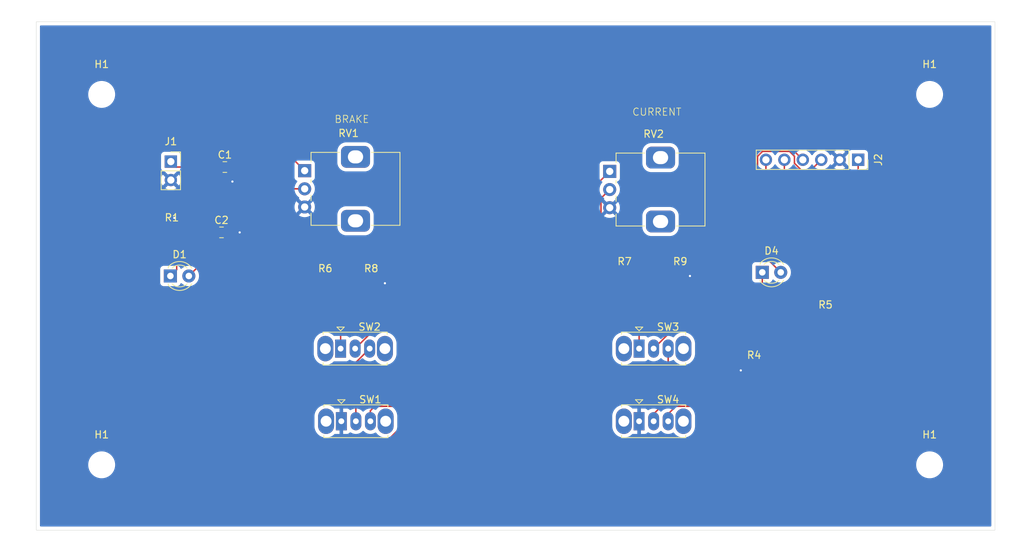
<source format=kicad_pcb>
(kicad_pcb (version 20241229) (generator "pcbnew") (generator_version "9.0")
  (layers (0 "F.Cu" signal) (2 "B.Cu" signal) (13 "F.Paste" user) (15 "B.Paste" user) (5 "F.SilkS" user "F.Silkscreen") (7 "B.SilkS" user "B.Silkscreen") (1 "F.Mask" user) (3 "B.Mask" user) (25 "Edge.Cuts" user))
  (net 0 "")
  (net 1 "+12V")
  (net 2 "GND")
  (net 3 "Net-(D1-K)")
  (net 4 "/SHUTDOWN_OUT")
  (net 5 "Net-(D4-K)")
  (net 6 "/BRAKE_OUT")
  (net 7 "/CURRENT_OUT")
  (net 8 "/SHUTDOWN_IN")
  (net 9 "/BRAKE_POT_12V")
  (net 10 "/BRAKE_NORM")
  (net 11 "/CURRENT_POT_12V")
  (net 12 "/CURRENT_NORM")
  (net 13 "/BRAKE_FAULT")
  (net 14 "/CURRENT_FAULT")
  (footprint "MountingHole:MountingHole_3.2mm_M3" (layer "F.Cu") (at 191 122)
    (property "Reference" "H1" (at 0 -4.15 0) (layer "F.SilkS"))
    (property "Value" "MountingHole")
    (pad "" np_thru_hole circle (at 0 0) (size 3.2 3.2) (drill 3.2) (layers "*.Cu" "*.Mask"))
  )
  (footprint "Button_Switch_THT:SW_Slide_SPDT_Straight_CK_OS102011MS2Q" (layer "F.Cu") (at 110 116)
    (property "Reference" "SW1" (at 3.99 -2.99 0) (layer "F.SilkS"))
    (property "Value" "SW_FAULT_MODE")
    (fp_line (start -2.41 -2.26) (end 6.41 -2.26) (stroke (width 0.12)) (layer "F.SilkS"))
    (fp_line (start -2.41 -1.95) (end -2.41 -2.26) (stroke (width 0.12)) (layer "F.SilkS"))
    (fp_line (start -2.41 2.26) (end -2.41 1.95) (stroke (width 0.12)) (layer "F.SilkS"))
    (fp_line (start -0.5 -2.96) (end 0 -2.46) (stroke (width 0.12)) (layer "F.SilkS"))
    (fp_line (start 0 -2.46) (end 0.5 -2.96) (stroke (width 0.12)) (layer "F.SilkS"))
    (fp_line (start 0.5 -2.96) (end -0.5 -2.96) (stroke (width 0.12)) (layer "F.SilkS"))
    (fp_line (start 6.41 -2.26) (end 6.41 -1.95) (stroke (width 0.12)) (layer "F.SilkS"))
    (fp_line (start 6.41 2.26) (end -2.41 2.26) (stroke (width 0.12)) (layer "F.SilkS"))
    (fp_line (start 6.41 2.26) (end 6.41 1.95) (stroke (width 0.12)) (layer "F.SilkS"))
    (pad "" thru_hole oval (at -2.1 0) (size 2.2 3.5) (drill 1.5) (layers "*.Cu" "*.Mask"))
    (pad "" thru_hole oval (at 6.1 0) (size 2.2 3.5) (drill 1.5) (layers "*.Cu" "*.Mask"))
    (pad "1" thru_hole rect (at 0 0) (size 1.5 2.5) (drill 0.8) (layers "*.Cu" "*.Mask") (net 2 "GND"))
    (pad "2" thru_hole oval (at 2 0) (size 1.5 2.5) (drill 0.8) (layers "*.Cu" "*.Mask") (net 13 "/BRAKE_FAULT"))
    (pad "3" thru_hole oval (at 4 0) (size 1.5 2.5) (drill 0.8) (layers "*.Cu" "*.Mask") (net 1 "+12V"))
  )
  (footprint "LED_THT:LED_D3.0mm" (layer "F.Cu") (at 86.46 96)
    (property "Reference" "D1" (at 1.27 -2.96 0) (layer "F.SilkS"))
    (property "Value" "LED")
    (fp_line (start -0.29 -1.236) (end -0.29 -1.08) (stroke (width 0.12)) (layer "F.SilkS"))
    (fp_line (start -0.29 1.08) (end -0.29 1.236) (stroke (width 0.12)) (layer "F.SilkS"))
    (fp_arc (start -0.29 -1.235516) (mid 1.36566 -1.987699) (end 2.941437 -1.08) (stroke (width 0.12)) (layer "F.SilkS"))
    (fp_arc (start 0.229039 -1.08) (mid 1.27 -1.5) (end 2.310961 -1.08) (stroke (width 0.12)) (layer "F.SilkS"))
    (fp_arc (start 2.310961 1.08) (mid 1.27 1.5) (end 0.229039 1.08) (stroke (width 0.12)) (layer "F.SilkS"))
    (fp_arc (start 2.941437 1.08) (mid 1.36566 1.987699) (end -0.29 1.235516) (stroke (width 0.12)) (layer "F.SilkS"))
    (pad "1" thru_hole rect (at 0 0) (size 1.8 1.8) (drill 0.9) (layers "*.Cu" "*.Mask") (net 3 "Net-(D1-K)"))
    (pad "2" thru_hole circle (at 2.54 0) (size 1.8 1.8) (drill 0.9) (layers "*.Cu" "*.Mask") (net 1 "+12V"))
  )
  (footprint "MountingHole:MountingHole_3.2mm_M3" (layer "F.Cu") (at 77 71)
    (property "Reference" "H1" (at 0 -4.15 0) (layer "F.SilkS"))
    (property "Value" "MountingHole")
    (pad "" np_thru_hole circle (at 0 0) (size 3.2 3.2) (drill 3.2) (layers "*.Cu" "*.Mask"))
  )
  (footprint "Button_Switch_THT:SW_Slide_SPDT_Straight_CK_OS102011MS2Q" (layer "F.Cu") (at 151 116)
    (property "Reference" "SW4" (at 3.99 -2.99 0) (layer "F.SilkS"))
    (property "Value" "SW_FAULT_MODE")
    (fp_line (start -2.41 -2.26) (end 6.41 -2.26) (stroke (width 0.12)) (layer "F.SilkS"))
    (fp_line (start -2.41 -1.95) (end -2.41 -2.26) (stroke (width 0.12)) (layer "F.SilkS"))
    (fp_line (start -2.41 2.26) (end -2.41 1.95) (stroke (width 0.12)) (layer "F.SilkS"))
    (fp_line (start -0.5 -2.96) (end 0 -2.46) (stroke (width 0.12)) (layer "F.SilkS"))
    (fp_line (start 0 -2.46) (end 0.5 -2.96) (stroke (width 0.12)) (layer "F.SilkS"))
    (fp_line (start 0.5 -2.96) (end -0.5 -2.96) (stroke (width 0.12)) (layer "F.SilkS"))
    (fp_line (start 6.41 -2.26) (end 6.41 -1.95) (stroke (width 0.12)) (layer "F.SilkS"))
    (fp_line (start 6.41 2.26) (end -2.41 2.26) (stroke (width 0.12)) (layer "F.SilkS"))
    (fp_line (start 6.41 2.26) (end 6.41 1.95) (stroke (width 0.12)) (layer "F.SilkS"))
    (pad "" thru_hole oval (at -2.1 0) (size 2.2 3.5) (drill 1.5) (layers "*.Cu" "*.Mask"))
    (pad "" thru_hole oval (at 6.1 0) (size 2.2 3.5) (drill 1.5) (layers "*.Cu" "*.Mask"))
    (pad "1" thru_hole rect (at 0 0) (size 1.5 2.5) (drill 0.8) (layers "*.Cu" "*.Mask") (net 2 "GND"))
    (pad "2" thru_hole oval (at 2 0) (size 1.5 2.5) (drill 0.8) (layers "*.Cu" "*.Mask") (net 14 "/CURRENT_FAULT"))
    (pad "3" thru_hole oval (at 4 0) (size 1.5 2.5) (drill 0.8) (layers "*.Cu" "*.Mask") (net 1 "+12V"))
  )
  (footprint "LED_THT:LED_D3.0mm" (layer "F.Cu") (at 167.96 95.5)
    (property "Reference" "D4" (at 1.27 -2.96 0) (layer "F.SilkS"))
    (property "Value" "LED")
    (fp_line (start -0.29 -1.236) (end -0.29 -1.08) (stroke (width 0.12)) (layer "F.SilkS"))
    (fp_line (start -0.29 1.08) (end -0.29 1.236) (stroke (width 0.12)) (layer "F.SilkS"))
    (fp_arc (start -0.29 -1.235516) (mid 1.36566 -1.987699) (end 2.941437 -1.08) (stroke (width 0.12)) (layer "F.SilkS"))
    (fp_arc (start 0.229039 -1.08) (mid 1.27 -1.5) (end 2.310961 -1.08) (stroke (width 0.12)) (layer "F.SilkS"))
    (fp_arc (start 2.310961 1.08) (mid 1.27 1.5) (end 0.229039 1.08) (stroke (width 0.12)) (layer "F.SilkS"))
    (fp_arc (start 2.941437 1.08) (mid 1.36566 1.987699) (end -0.29 1.235516) (stroke (width 0.12)) (layer "F.SilkS"))
    (pad "1" thru_hole rect (at 0 0) (size 1.8 1.8) (drill 0.9) (layers "*.Cu" "*.Mask") (net 5 "Net-(D4-K)"))
    (pad "2" thru_hole circle (at 2.54 0) (size 1.8 1.8) (drill 0.9) (layers "*.Cu" "*.Mask") (net 4 "/SHUTDOWN_OUT"))
  )
  (footprint "Button_Switch_THT:SW_Slide_SPDT_Straight_CK_OS102011MS2Q" (layer "F.Cu") (at 109.9 106)
    (property "Reference" "SW2" (at 3.99 -2.99 0) (layer "F.SilkS"))
    (property "Value" "SW_TEST_MODE")
    (fp_line (start -2.41 -2.26) (end 6.41 -2.26) (stroke (width 0.12)) (layer "F.SilkS"))
    (fp_line (start -2.41 -1.95) (end -2.41 -2.26) (stroke (width 0.12)) (layer "F.SilkS"))
    (fp_line (start -2.41 2.26) (end -2.41 1.95) (stroke (width 0.12)) (layer "F.SilkS"))
    (fp_line (start -0.5 -2.96) (end 0 -2.46) (stroke (width 0.12)) (layer "F.SilkS"))
    (fp_line (start 0 -2.46) (end 0.5 -2.96) (stroke (width 0.12)) (layer "F.SilkS"))
    (fp_line (start 0.5 -2.96) (end -0.5 -2.96) (stroke (width 0.12)) (layer "F.SilkS"))
    (fp_line (start 6.41 -2.26) (end 6.41 -1.95) (stroke (width 0.12)) (layer "F.SilkS"))
    (fp_line (start 6.41 2.26) (end -2.41 2.26) (stroke (width 0.12)) (layer "F.SilkS"))
    (fp_line (start 6.41 2.26) (end 6.41 1.95) (stroke (width 0.12)) (layer "F.SilkS"))
    (pad "" thru_hole oval (at -2.1 0) (size 2.2 3.5) (drill 1.5) (layers "*.Cu" "*.Mask"))
    (pad "" thru_hole oval (at 6.1 0) (size 2.2 3.5) (drill 1.5) (layers "*.Cu" "*.Mask"))
    (pad "1" thru_hole rect (at 0 0) (size 1.5 2.5) (drill 0.8) (layers "*.Cu" "*.Mask") (net 10 "/BRAKE_NORM"))
    (pad "2" thru_hole oval (at 2 0) (size 1.5 2.5) (drill 0.8) (layers "*.Cu" "*.Mask") (net 6 "/BRAKE_OUT"))
    (pad "3" thru_hole oval (at 4 0) (size 1.5 2.5) (drill 0.8) (layers "*.Cu" "*.Mask") (net 13 "/BRAKE_FAULT"))
  )
  (footprint "Resistor_SMD:R_0508_1220Metric_Pad1.12x2.15mm_HandSolder" (layer "F.Cu") (at 107.7875 97)
    (property "Reference" "R6" (at 0 -2.03 0) (layer "F.SilkS"))
    (property "Value" "15k")
    (pad "1" smd roundrect (at -0.6625 0) (size 1.125 2.15) (layers "F.Cu" "F.Mask" "F.Paste") (roundrect_rratio 0.222222) (net 9 "/BRAKE_POT_12V"))
    (pad "2" smd roundrect (at 0.6625 0) (size 1.125 2.15) (layers "F.Cu" "F.Mask" "F.Paste") (roundrect_rratio 0.222222) (net 10 "/BRAKE_NORM"))
  )
  (footprint "Potentiometer_THT:Potentiometer_Alps_RK09K_Single_Vertical" (layer "F.Cu") (at 104.95 81.5)
    (property "Reference" "RV1" (at 6.05 -5.15 0) (layer "F.SilkS"))
    (property "Value" "R_Potentiometer_Trim")
    (fp_line (start 0.88 -2.521) (end 0.88 -1.2) (stroke (width 0.12)) (layer "F.SilkS"))
    (fp_line (start 0.88 -2.521) (end 4.817 -2.521) (stroke (width 0.12)) (layer "F.SilkS"))
    (fp_line (start 0.88 1.25) (end 0.88 1.63) (stroke (width 0.12)) (layer "F.SilkS"))
    (fp_line (start 0.88 3.371) (end 0.88 4.13) (stroke (width 0.12)) (layer "F.SilkS"))
    (fp_line (start 0.88 5.87) (end 0.88 7.52) (stroke (width 0.12)) (layer "F.SilkS"))
    (fp_line (start 0.88 7.52) (end 4.817 7.52) (stroke (width 0.12)) (layer "F.SilkS"))
    (fp_line (start 9.184 -2.521) (end 13.12 -2.521) (stroke (width 0.12)) (layer "F.SilkS"))
    (fp_line (start 9.184 7.52) (end 13.12 7.52) (stroke (width 0.12)) (layer "F.SilkS"))
    (fp_line (start 13.12 -2.521) (end 13.12 7.52) (stroke (width 0.12)) (layer "F.SilkS"))
    (pad "1" thru_hole rect (at 0 0) (size 1.8 1.8) (drill 1) (layers "*.Cu" "*.Mask") (net 1 "+12V"))
    (pad "2" thru_hole circle (at 0 2.5) (size 1.8 1.8) (drill 1) (layers "*.Cu" "*.Mask") (net 9 "/BRAKE_POT_12V"))
    (pad "3" thru_hole circle (at 0 5) (size 1.8 1.8) (drill 1) (layers "*.Cu" "*.Mask") (net 2 "GND"))
    (pad "MP" thru_hole roundrect (at 7 -1.9) (size 4 3) (drill oval 2.1 1.8) (layers "*.Cu" "*.Mask"))
    (pad "MP" thru_hole roundrect (at 7 6.9) (size 4 3) (drill oval 2.1 1.8) (layers "*.Cu" "*.Mask"))
  )
  (footprint "Connector_PinSocket_2.54mm:PinSocket_1x02_P2.54mm_Vertical" (layer "F.Cu") (at 86.525 80.25)
    (property "Reference" "J1" (at 0 -2.77 0) (layer "F.SilkS"))
    (property "Value" "Conn_01x02")
    (fp_line (start -1.33 1.27) (end -1.33 3.87) (stroke (width 0.12)) (layer "F.SilkS"))
    (fp_line (start -1.33 1.27) (end 1.33 1.27) (stroke (width 0.12)) (layer "F.SilkS"))
    (fp_line (start -1.33 3.87) (end 1.33 3.87) (stroke (width 0.12)) (layer "F.SilkS"))
    (fp_line (start 0 -1.33) (end 1.33 -1.33) (stroke (width 0.12)) (layer "F.SilkS"))
    (fp_line (start 1.33 -1.33) (end 1.33 0) (stroke (width 0.12)) (layer "F.SilkS"))
    (fp_line (start 1.33 1.27) (end 1.33 3.87) (stroke (width 0.12)) (layer "F.SilkS"))
    (pad "1" thru_hole rect (at 0 0) (size 1.7 1.7) (drill 1) (layers "*.Cu" "*.Mask") (net 1 "+12V"))
    (pad "2" thru_hole circle (at 0 2.54) (size 1.7 1.7) (drill 1) (layers "*.Cu" "*.Mask") (net 2 "GND"))
  )
  (footprint "Resistor_SMD:R_0508_1220Metric_Pad1.12x2.15mm_HandSolder" (layer "F.Cu") (at 156.6625 96)
    (property "Reference" "R9" (at 0 -2 0) (layer "F.SilkS"))
    (property "Value" "10k")
    (pad "1" smd roundrect (at -0.6625 0) (size 1.125 2.15) (layers "F.Cu" "F.Mask" "F.Paste") (roundrect_rratio 0.222222) (net 12 "/CURRENT_NORM"))
    (pad "2" smd roundrect (at 0.6625 0) (size 1.125 2.15) (layers "F.Cu" "F.Mask" "F.Paste") (roundrect_rratio 0.222222) (net 2 "GND"))
  )
  (footprint "Button_Switch_THT:SW_Slide_SPDT_Straight_CK_OS102011MS2Q" (layer "F.Cu") (at 151 106)
    (property "Reference" "SW3" (at 3.99 -2.99 0) (layer "F.SilkS"))
    (property "Value" "SW_TEST_MODE")
    (fp_line (start -2.41 -2.26) (end 6.41 -2.26) (stroke (width 0.12)) (layer "F.SilkS"))
    (fp_line (start -2.41 -1.95) (end -2.41 -2.26) (stroke (width 0.12)) (layer "F.SilkS"))
    (fp_line (start -2.41 2.26) (end -2.41 1.95) (stroke (width 0.12)) (layer "F.SilkS"))
    (fp_line (start -0.5 -2.96) (end 0 -2.46) (stroke (width 0.12)) (layer "F.SilkS"))
    (fp_line (start 0 -2.46) (end 0.5 -2.96) (stroke (width 0.12)) (layer "F.SilkS"))
    (fp_line (start 0.5 -2.96) (end -0.5 -2.96) (stroke (width 0.12)) (layer "F.SilkS"))
    (fp_line (start 6.41 -2.26) (end 6.41 -1.95) (stroke (width 0.12)) (layer "F.SilkS"))
    (fp_line (start 6.41 2.26) (end -2.41 2.26) (stroke (width 0.12)) (layer "F.SilkS"))
    (fp_line (start 6.41 2.26) (end 6.41 1.95) (stroke (width 0.12)) (layer "F.SilkS"))
    (pad "" thru_hole oval (at -2.1 0) (size 2.2 3.5) (drill 1.5) (layers "*.Cu" "*.Mask"))
    (pad "" thru_hole oval (at 6.1 0) (size 2.2 3.5) (drill 1.5) (layers "*.Cu" "*.Mask"))
    (pad "1" thru_hole rect (at 0 0) (size 1.5 2.5) (drill 0.8) (layers "*.Cu" "*.Mask") (net 12 "/CURRENT_NORM"))
    (pad "2" thru_hole oval (at 2 0) (size 1.5 2.5) (drill 0.8) (layers "*.Cu" "*.Mask") (net 7 "/CURRENT_OUT"))
    (pad "3" thru_hole oval (at 4 0) (size 1.5 2.5) (drill 0.8) (layers "*.Cu" "*.Mask") (net 14 "/CURRENT_FAULT"))
  )
  (footprint "Resistor_SMD:R_0508_1220Metric_Pad1.12x2.15mm_HandSolder" (layer "F.Cu") (at 176.6625 102)
    (property "Reference" "R5" (at 0 -2.03 0) (layer "F.SilkS"))
    (property "Value" "R")
    (pad "1" smd roundrect (at -0.6625 0) (size 1.125 2.15) (layers "F.Cu" "F.Mask" "F.Paste") (roundrect_rratio 0.222222) (net 1 "+12V"))
    (pad "2" smd roundrect (at 0.6625 0) (size 1.125 2.15) (layers "F.Cu" "F.Mask" "F.Paste") (roundrect_rratio 0.222222) (net 8 "/SHUTDOWN_IN"))
  )
  (footprint "Potentiometer_THT:Potentiometer_Alps_RK09K_Single_Vertical" (layer "F.Cu") (at 146.95 81.6)
    (property "Reference" "RV2" (at 6.05 -5.15 0) (layer "F.SilkS"))
    (property "Value" "R_Potentiometer_Trim")
    (fp_line (start 0.88 -2.521) (end 0.88 -1.2) (stroke (width 0.12)) (layer "F.SilkS"))
    (fp_line (start 0.88 -2.521) (end 4.817 -2.521) (stroke (width 0.12)) (layer "F.SilkS"))
    (fp_line (start 0.88 1.25) (end 0.88 1.63) (stroke (width 0.12)) (layer "F.SilkS"))
    (fp_line (start 0.88 3.371) (end 0.88 4.13) (stroke (width 0.12)) (layer "F.SilkS"))
    (fp_line (start 0.88 5.87) (end 0.88 7.52) (stroke (width 0.12)) (layer "F.SilkS"))
    (fp_line (start 0.88 7.52) (end 4.817 7.52) (stroke (width 0.12)) (layer "F.SilkS"))
    (fp_line (start 9.184 -2.521) (end 13.12 -2.521) (stroke (width 0.12)) (layer "F.SilkS"))
    (fp_line (start 9.184 7.52) (end 13.12 7.52) (stroke (width 0.12)) (layer "F.SilkS"))
    (fp_line (start 13.12 -2.521) (end 13.12 7.52) (stroke (width 0.12)) (layer "F.SilkS"))
    (pad "1" thru_hole rect (at 0 0) (size 1.8 1.8) (drill 1) (layers "*.Cu" "*.Mask") (net 1 "+12V"))
    (pad "2" thru_hole circle (at 0 2.5) (size 1.8 1.8) (drill 1) (layers "*.Cu" "*.Mask") (net 11 "/CURRENT_POT_12V"))
    (pad "3" thru_hole circle (at 0 5) (size 1.8 1.8) (drill 1) (layers "*.Cu" "*.Mask") (net 2 "GND"))
    (pad "MP" thru_hole roundrect (at 7 -1.9) (size 4 3) (drill oval 2.1 1.8) (layers "*.Cu" "*.Mask"))
    (pad "MP" thru_hole roundrect (at 7 6.9) (size 4 3) (drill oval 2.1 1.8) (layers "*.Cu" "*.Mask"))
  )
  (footprint "Resistor_SMD:R_0508_1220Metric_Pad1.12x2.15mm_HandSolder" (layer "F.Cu") (at 114.1125 97)
    (property "Reference" "R8" (at 0 -2.03 0) (layer "F.SilkS"))
    (property "Value" "10k")
    (pad "1" smd roundrect (at -0.6625 0) (size 1.125 2.15) (layers "F.Cu" "F.Mask" "F.Paste") (roundrect_rratio 0.222222) (net 10 "/BRAKE_NORM"))
    (pad "2" smd roundrect (at 0.6625 0) (size 1.125 2.15) (layers "F.Cu" "F.Mask" "F.Paste") (roundrect_rratio 0.222222) (net 2 "GND"))
  )
  (footprint "Connector_PinSocket_2.54mm:PinSocket_1x06_P2.54mm_Vertical" (layer "F.Cu") (at 181.16 80 -90)
    (property "Reference" "J2" (at 0 -2.77 90) (layer "F.SilkS"))
    (property "Value" "Conn_01x06")
    (fp_line (start -1.33 14.03) (end 1.33 14.03) (stroke (width 0.12)) (layer "F.SilkS"))
    (fp_line (start -1.33 1.27) (end -1.33 14.03) (stroke (width 0.12)) (layer "F.SilkS"))
    (fp_line (start -1.33 1.27) (end 1.33 1.27) (stroke (width 0.12)) (layer "F.SilkS"))
    (fp_line (start 1.33 1.27) (end 1.33 14.03) (stroke (width 0.12)) (layer "F.SilkS"))
    (fp_line (start 0 -1.33) (end 1.33 -1.33) (stroke (width 0.12)) (layer "F.SilkS"))
    (fp_line (start 1.33 -1.33) (end 1.33 0) (stroke (width 0.12)) (layer "F.SilkS"))
    (pad "1" thru_hole rect (at 0 0 270) (size 1.7 1.7) (drill 1) (layers "*.Cu" "*.Mask") (net 1 "+12V"))
    (pad "2" thru_hole circle (at 0 2.54 270) (size 1.7 1.7) (drill 1) (layers "*.Cu" "*.Mask") (net 2 "GND"))
    (pad "3" thru_hole circle (at 0 5.08 270) (size 1.7 1.7) (drill 1) (layers "*.Cu" "*.Mask") (net 7 "/CURRENT_OUT"))
    (pad "4" thru_hole circle (at 0 7.62 270) (size 1.7 1.7) (drill 1) (layers "*.Cu" "*.Mask") (net 6 "/BRAKE_OUT"))
    (pad "5" thru_hole circle (at 0 10.16 270) (size 1.7 1.7) (drill 1) (layers "*.Cu" "*.Mask") (net 8 "/SHUTDOWN_IN"))
    (pad "6" thru_hole circle (at 0 12.7 270) (size 1.7 1.7) (drill 1) (layers "*.Cu" "*.Mask") (net 4 "/SHUTDOWN_OUT"))
  )
  (footprint "Capacitor_SMD:C_0805_2012Metric_Pad1.18x1.45mm_HandSolder" (layer "F.Cu") (at 93.9625 81)
    (property "Reference" "C1" (at 0 -1.68 0) (layer "F.SilkS"))
    (property "Value" "C")
    (fp_line (start -0.261252 -0.735) (end 0.261252 -0.735) (stroke (width 0.12)) (layer "F.SilkS"))
    (fp_line (start -0.261252 0.735) (end 0.261252 0.735) (stroke (width 0.12)) (layer "F.SilkS"))
    (pad "1" smd roundrect (at -1.0375 0) (size 1.175 1.45) (layers "F.Cu" "F.Mask" "F.Paste") (roundrect_rratio 0.212766) (net 1 "+12V"))
    (pad "2" smd roundrect (at 1.0375 0) (size 1.175 1.45) (layers "F.Cu" "F.Mask" "F.Paste") (roundrect_rratio 0.212766) (net 2 "GND"))
  )
  (footprint "Resistor_SMD:R_0508_1220Metric_Pad1.12x2.15mm_HandSolder" (layer "F.Cu") (at 149 96)
    (property "Reference" "R7" (at 0 -2 0) (layer "F.SilkS"))
    (property "Value" "15k")
    (pad "1" smd roundrect (at -0.6625 0) (size 1.125 2.15) (layers "F.Cu" "F.Mask" "F.Paste") (roundrect_rratio 0.222222) (net 11 "/CURRENT_POT_12V"))
    (pad "2" smd roundrect (at 0.6625 0) (size 1.125 2.15) (layers "F.Cu" "F.Mask" "F.Paste") (roundrect_rratio 0.222222) (net 12 "/CURRENT_NORM"))
  )
  (footprint "Resistor_SMD:R_0508_1220Metric_Pad1.12x2.15mm_HandSolder" (layer "F.Cu") (at 166.8375 109)
    (property "Reference" "R4" (at 0 -2.1 0) (layer "F.SilkS"))
    (property "Value" "R")
    (pad "1" smd roundrect (at -0.6625 0) (size 1.125 2.15) (layers "F.Cu" "F.Mask" "F.Paste") (roundrect_rratio 0.222222) (net 2 "GND"))
    (pad "2" smd roundrect (at 0.6625 0) (size 1.125 2.15) (layers "F.Cu" "F.Mask" "F.Paste") (roundrect_rratio 0.222222) (net 5 "Net-(D4-K)"))
  )
  (footprint "Capacitor_SMD:C_0805_2012Metric_Pad1.18x1.45mm_HandSolder" (layer "F.Cu") (at 93.5 90)
    (property "Reference" "C2" (at 0 -1.68 0) (layer "F.SilkS"))
    (property "Value" "C")
    (fp_line (start -0.261252 -0.735) (end 0.261252 -0.735) (stroke (width 0.12)) (layer "F.SilkS"))
    (fp_line (start -0.261252 0.735) (end 0.261252 0.735) (stroke (width 0.12)) (layer "F.SilkS"))
    (pad "1" smd roundrect (at -1.0375 0) (size 1.175 1.45) (layers "F.Cu" "F.Mask" "F.Paste") (roundrect_rratio 0.212766) (net 1 "+12V"))
    (pad "2" smd roundrect (at 1.0375 0) (size 1.175 1.45) (layers "F.Cu" "F.Mask" "F.Paste") (roundrect_rratio 0.212766) (net 2 "GND"))
  )
  (footprint "Resistor_SMD:R_0508_1220Metric_Pad1.12x2.15mm_HandSolder" (layer "F.Cu") (at 86.6625 90)
    (property "Reference" "R1" (at 0 -2.03 0) (layer "F.SilkS"))
    (property "Value" "R")
    (pad "1" smd roundrect (at -0.6625 0) (size 1.125 2.15) (layers "F.Cu" "F.Mask" "F.Paste") (roundrect_rratio 0.222222) (net 2 "GND"))
    (pad "2" smd roundrect (at 0.6625 0) (size 1.125 2.15) (layers "F.Cu" "F.Mask" "F.Paste") (roundrect_rratio 0.222222) (net 3 "Net-(D1-K)"))
  )
  (footprint "MountingHole:MountingHole_3.2mm_M3" (layer "F.Cu") (at 191 71)
    (property "Reference" "H1" (at 0 -4.15 0) (layer "F.SilkS"))
    (property "Value" "MountingHole")
    (pad "" np_thru_hole circle (at 0 0) (size 3.2 3.2) (drill 3.2) (layers "*.Cu" "*.Mask"))
  )
  (footprint "MountingHole:MountingHole_3.2mm_M3" (layer "F.Cu") (at 77 122)
    (property "Reference" "H1" (at 0 -4.15 0) (layer "F.SilkS"))
    (property "Value" "MountingHole")
    (pad "" np_thru_hole circle (at 0 0) (size 3.2 3.2) (drill 3.2) (layers "*.Cu" "*.Mask"))
  )
  (gr_rect (start 68 61) (end 200 131) (stroke (width 0.05)) (fill no) (layer "Edge.Cuts"))
  (gr_text "CURRENT\n" (at 150 74 0) (layer "F.SilkS") (effects (font (size 1 1) (thickness 0.1)) (justify left bottom)))
  (gr_text "BRAKE" (at 109 75 0) (layer "F.SilkS") (effects (font (size 1 1) (thickness 0.1)) (justify left bottom)))
  (segment (start 114 114.55) (end 114.601 113.949) (width 0.2) (layer "F.Cu") (net 1))
  (segment (start 139 89.55) (end 139 113.949) (width 0.2) (layer "F.Cu") (net 1))
  (segment (start 156.051 113.949) (end 155 115) (width 0.2) (layer "F.Cu") (net 1))
  (segment (start 139 113.949) (end 139 114) (width 0.2) (layer "F.Cu") (net 1))
  (segment (start 97 80.974) (end 98 79.974) (width 0.2) (layer "F.Cu") (net 1))
  (segment (start 120 113.949) (end 121 113.949) (width 0.2) (layer "F.Cu") (net 1))
  (segment (start 155 115) (end 155 116) (width 0.2) (layer "F.Cu") (net 1))
  (segment (start 146.95 81.6) (end 139 89.55) (width 0.2) (layer "F.Cu") (net 1))
  (segment (start 89 96) (end 92.4625 92.5375) (width 0.2) (layer "F.Cu") (net 1))
  (segment (start 114.601 113.949) (end 119 113.949) (width 0.2) (layer "F.Cu") (net 1))
  (segment (start 177.87266 100.624) (end 178.1885 100.93984) (width 0.2) (layer "F.Cu") (net 1))
  (segment (start 97 81) (end 97 80.974) (width 0.2) (layer "F.Cu") (net 1))
  (segment (start 114 116) (end 114 114.55) (width 0.2) (layer "F.Cu") (net 1))
  (segment (start 93.951 79.974) (end 92.925 81) (width 0.2) (layer "F.Cu") (net 1))
  (segment (start 176 100.925) (end 176.301 100.624) (width 0.2) (layer "F.Cu") (net 1))
  (segment (start 181.16 87.84) (end 176 93) (width 0.2) (layer "F.Cu") (net 1))
  (segment (start 103.424 79.974) (end 98 79.974) (width 0.2) (layer "F.Cu") (net 1))
  (segment (start 121 113.949) (end 139 113.949) (width 0.2) (layer "F.Cu") (net 1))
  (segment (start 120 115) (end 120 114.949) (width 0.2) (layer "F.Cu") (net 1))
  (segment (start 92.4625 92.5375) (end 92.4625 90) (width 0.2) (layer "F.Cu") (net 1))
  (segment (start 148 123) (end 158 123) (width 0.2) (layer "F.Cu") (net 1))
  (segment (start 176 93) (end 176 102) (width 0.2) (layer "F.Cu") (net 1))
  (segment (start 92.925 89.5375) (end 92.4625 90) (width 0.2) (layer "F.Cu") (net 1))
  (segment (start 104.95 81.5) (end 103.424 79.974) (width 0.2) (layer "F.Cu") (net 1))
  (segment (start 176 102) (end 176 100.925) (width 0.2) (layer "F.Cu") (net 1))
  (segment (start 158 123) (end 167 114) (width 0.2) (layer "F.Cu") (net 1))
  (segment (start 120 114.949) (end 121 113.949) (width 0.2) (layer "F.Cu") (net 1))
  (segment (start 92.925 81) (end 87.275 81) (width 0.2) (layer "F.Cu") (net 1))
  (segment (start 97 111) (end 97 81) (width 0.2) (layer "F.Cu") (net 1))
  (segment (start 96 80) (end 97 81) (width 0.2) (layer "F.Cu") (net 1))
  (segment (start 178.1885 103.06016) (end 167.29966 113.949) (width 0.2) (layer "F.Cu") (net 1))
  (segment (start 181.16 80) (end 181.16 87.84) (width 0.2) (layer "F.Cu") (net 1))
  (segment (start 120 115) (end 113 122) (width 0.2) (layer "F.Cu") (net 1))
  (segment (start 87.275 81) (end 86.525 80.25) (width 0.2) (layer "F.Cu") (net 1))
  (segment (start 113 122) (end 108 122) (width 0.2) (layer "F.Cu") (net 1))
  (segment (start 96 79.974) (end 93.951 79.974) (width 0.2) (layer "F.Cu") (net 1))
  (segment (start 96 79.974) (end 96 80) (width 0.2) (layer "F.Cu") (net 1))
  (segment (start 119 113.949) (end 120 113.949) (width 0.2) (layer "F.Cu") (net 1))
  (segment (start 92.925 81) (end 92.925 89.5375) (width 0.2) (layer "F.Cu") (net 1))
  (segment (start 167.29966 113.949) (end 156.051 113.949) (width 0.2) (layer "F.Cu") (net 1))
  (segment (start 176.301 100.624) (end 177.87266 100.624) (width 0.2) (layer "F.Cu") (net 1))
  (segment (start 139 114) (end 148 123) (width 0.2) (layer "F.Cu") (net 1))
  (segment (start 178.1885 100.93984) (end 178.1885 103.06016) (width 0.2) (layer "F.Cu") (net 1))
  (segment (start 108 122) (end 97 111) (width 0.2) (layer "F.Cu") (net 1))
  (segment (start 86 88) (end 87 88) (width 0.2) (layer "F.Cu") (net 2))
  (segment (start 86 90) (end 86 88) (width 0.2) (layer "F.Cu") (net 2))
  (segment (start 95 81) (end 95 83) (width 0.2) (layer "F.Cu") (net 2))
  (segment (start 94.5375 90) (end 95 90) (width 0.2) (layer "F.Cu") (net 2))
  (segment (start 94.5375 90) (end 96 90) (width 0.2) (layer "F.Cu") (net 2))
  (segment (start 94.5375 81.4625) (end 95 81) (width 0.2) (layer "F.Cu") (net 2))
  (segment (start 157.325 96) (end 158 96) (width 0.2) (layer "F.Cu") (net 2))
  (segment (start 114.775 97) (end 116 97) (width 0.2) (layer "F.Cu") (net 2))
  (segment (start 166.175 109) (end 165 109) (width 0.2) (layer "F.Cu") (net 2))
  (via (at 158 96) (size 0.6) (drill 0.3) (layers "F.Cu" "B.Cu") (net 2))
  (via (at 95 83) (size 0.6) (drill 0.3) (layers "F.Cu" "B.Cu") (net 2))
  (via (at 96 90) (size 0.6) (drill 0.3) (layers "F.Cu" "B.Cu") (net 2))
  (via (at 116 97) (size 0.6) (drill 0.3) (layers "F.Cu" "B.Cu") (net 2))
  (via (at 87 88) (size 0.6) (drill 0.3) (layers "F.Cu" "B.Cu") (net 2))
  (via (at 165 109) (size 0.6) (drill 0.3) (layers "F.Cu" "B.Cu") (net 2))
  (segment (start 158 96) (end 159 96) (width 0.2) (layer "B.Cu") (net 2))
  (segment (start 86.525 82.79) (end 86.21 82.79) (width 0.2) (layer "B.Cu") (net 2))
  (segment (start 165 109) (end 164 109) (width 0.2) (layer "B.Cu") (net 2))
  (segment (start 86.21 82.79) (end 86 83) (width 0.2) (layer "B.Cu") (net 2))
  (segment (start 87.325 95.135) (end 86.46 96) (width 0.2) (layer "F.Cu") (net 3))
  (segment (start 87.325 90) (end 87.325 95.135) (width 0.2) (layer "F.Cu") (net 3))
  (segment (start 169 85) (end 168.46 84.46) (width 0.2) (layer "F.Cu") (net 4))
  (segment (start 168.46 84.46) (end 168.46 80) (width 0.2) (layer "F.Cu") (net 4))
  (segment (start 169 94) (end 169 85) (width 0.2) (layer "F.Cu") (net 4))
  (segment (start 170.5 95.5) (end 169 94) (width 0.2) (layer "F.Cu") (net 4))
  (segment (start 167.96 108.54) (end 167.5 109) (width 0.2) (layer "F.Cu") (net 5))
  (segment (start 167.96 95.5) (end 167.96 108.54) (width 0.2) (layer "F.Cu") (net 5))
  (segment (start 168.54 75) (end 142.9 75) (width 0.2) (layer "F.Cu") (net 6))
  (segment (start 173.54 80) (end 168.54 75) (width 0.2) (layer "F.Cu") (net 6))
  (segment (start 142.9 75) (end 111.9 106) (width 0.2) (layer "F.Cu") (net 6))
  (segment (start 153 106) (end 167.309 91.691) (width 0.2) (layer "F.Cu") (net 7))
  (segment (start 171.71476 78.849) (end 172.389 79.52324) (width 0.2) (layer "F.Cu") (net 7))
  (segment (start 172.389 79.52324) (end 172.389 80.47676) (width 0.2) (layer "F.Cu") (net 7))
  (segment (start 172.389 80.47676) (end 173.91224 82) (width 0.2) (layer "F.Cu") (net 7))
  (segment (start 167.309 91.691) (end 167.309 79.52324) (width 0.2) (layer "F.Cu") (net 7))
  (segment (start 167.98324 78.849) (end 171.71476 78.849) (width 0.2) (layer "F.Cu") (net 7))
  (segment (start 174.08 82) (end 176.08 80) (width 0.2) (layer "F.Cu") (net 7))
  (segment (start 167.309 79.52324) (end 167.98324 78.849) (width 0.2) (layer "F.Cu") (net 7))
  (segment (start 173.91224 82) (end 174.08 82) (width 0.2) (layer "F.Cu") (net 7))
  (segment (start 174 103) (end 174 86) (width 0.2) (layer "F.Cu") (net 8))
  (segment (start 177.325 102) (end 177.325 102.59866) (width 0.2) (layer "F.Cu") (net 8))
  (segment (start 177.325 102.59866) (end 176.54766 103.376) (width 0.2) (layer "F.Cu") (net 8))
  (segment (start 174.376 103.376) (end 174 103) (width 0.2) (layer "F.Cu") (net 8))
  (segment (start 171 83) (end 171 80) (width 0.2) (layer "F.Cu") (net 8))
  (segment (start 174 86) (end 171 83) (width 0.2) (layer "F.Cu") (net 8))
  (segment (start 176.54766 103.376) (end 174.376 103.376) (width 0.2) (layer "F.Cu") (net 8))
  (segment (start 107.125 97) (end 101.125 91) (width 0.2) (layer "F.Cu") (net 9))
  (segment (start 101 85) (end 102 84) (width 0.2) (layer "F.Cu") (net 9))
  (segment (start 101.125 91) (end 101 91) (width 0.2) (layer "F.Cu") (net 9))
  (segment (start 101 91) (end 101 85) (width 0.2) (layer "F.Cu") (net 9))
  (segment (start 102 84) (end 104.95 84) (width 0.2) (layer "F.Cu") (net 9))
  (segment (start 109.725 98.275) (end 109.9 98.45) (width 0.2) (layer "F.Cu") (net 10))
  (segment (start 108.45 97) (end 109.725 98.275) (width 0.2) (layer "F.Cu") (net 10))
  (segment (start 112.175 98.275) (end 113.45 97) (width 0.2) (layer "F.Cu") (net 10))
  (segment (start 109.9 98.45) (end 110.075 98.275) (width 0.2) (layer "F.Cu") (net 10))
  (segment (start 109.9 98.45) (end 109.9 106) (width 0.2) (layer "F.Cu") (net 10))
  (segment (start 110.075 98.275) (end 112.175 98.275) (width 0.2) (layer "F.Cu") (net 10))
  (segment (start 148.3375 96) (end 145.749 93.4115) (width 0.2) (layer "F.Cu") (net 11))
  (segment (start 145.749 85.301) (end 146.95 84.1) (width 0.2) (layer "F.Cu") (net 11))
  (segment (start 145.749 93.4115) (end 145.749 85.301) (width 0.2) (layer "F.Cu") (net 11))
  (segment (start 156 96) (end 149.6625 96) (width 0.2) (layer "F.Cu") (net 12))
  (segment (start 149.6625 96) (end 151 97.3375) (width 0.2) (layer "F.Cu") (net 12))
  (segment (start 151 97.3375) (end 151 106) (width 0.2) (layer "F.Cu") (net 12))
  (segment (start 113.9 106) (end 112 107.9) (width 0.2) (layer "F.Cu") (net 13))
  (segment (start 112 107.9) (end 112 116) (width 0.2) (layer "F.Cu") (net 13))
  (segment (start 153 115) (end 155 113) (width 0.2) (layer "F.Cu") (net 14))
  (segment (start 153 116) (end 153 115) (width 0.2) (layer "F.Cu") (net 14))
  (segment (start 155 113) (end 155 106) (width 0.2) (layer "F.Cu") (net 14))
  (zone (net 2) (net_name "GND") (layer "B.Cu") (connect_pads (clearance 0.5)) (min_thickness 0.25) (fill yes (thermal_gap 0.5) (thermal_bridge_width 0.5))
    (polygon (pts (xy 201 59) (xy 63 58) (xy 64 135) (xy 203 134) (xy 204 59)))
  )
)
</source>
